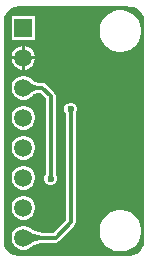
<source format=gbl>
G04*
G04 #@! TF.GenerationSoftware,Altium Limited,Altium Designer,22.9.1 (49)*
G04*
G04 Layer_Physical_Order=2*
G04 Layer_Color=16711680*
%FSLAX44Y44*%
%MOMM*%
G71*
G04*
G04 #@! TF.SameCoordinates,28A18DAE-CB9E-4B37-A36C-106CF66A5601*
G04*
G04*
G04 #@! TF.FilePolarity,Positive*
G04*
G01*
G75*
%ADD21C,0.3000*%
%ADD23C,1.5000*%
%ADD24R,1.5000X1.5000*%
%ADD25C,0.6000*%
G36*
X22647Y218881D02*
X115257D01*
X116520Y218864D01*
X117747Y218759D01*
X119747Y218495D01*
X122770Y217243D01*
X125366Y215251D01*
X127358Y212655D01*
X128611Y209631D01*
X128970Y206900D01*
X128881Y206451D01*
Y20120D01*
X128982Y19609D01*
X128643Y17030D01*
X127391Y14006D01*
X125399Y11410D01*
X122802Y9418D01*
X119779Y8166D01*
X117204Y7827D01*
X116690Y7929D01*
X22432D01*
X22151Y7873D01*
X19253Y8255D01*
X16230Y9507D01*
X13634Y11499D01*
X11642Y14095D01*
X10389Y17119D01*
X10034Y19816D01*
X10119Y20242D01*
Y205257D01*
X10136Y206520D01*
X10242Y207747D01*
X10505Y209747D01*
X11757Y212770D01*
X13749Y215366D01*
X16345Y217358D01*
X19369Y218611D01*
X22159Y218978D01*
X22647Y218881D01*
D02*
G37*
%LPC*%
G36*
X36940Y210930D02*
X16860D01*
Y190850D01*
X36940D01*
Y210930D01*
D02*
G37*
G36*
X110728Y215540D02*
X107273D01*
X103884Y214866D01*
X100692Y213544D01*
X97819Y211624D01*
X95376Y209181D01*
X93456Y206308D01*
X92134Y203116D01*
X91460Y199727D01*
Y196273D01*
X92134Y192884D01*
X93456Y189692D01*
X95376Y186819D01*
X97819Y184376D01*
X100692Y182456D01*
X103884Y181134D01*
X107273Y180460D01*
X110728D01*
X114116Y181134D01*
X117308Y182456D01*
X120181Y184376D01*
X122624Y186819D01*
X124544Y189692D01*
X125866Y192884D01*
X126540Y196273D01*
Y199727D01*
X125866Y203116D01*
X124544Y206308D01*
X122624Y209181D01*
X120181Y211624D01*
X117308Y213544D01*
X114116Y214866D01*
X110728Y215540D01*
D02*
G37*
G36*
X28222Y185530D02*
X28170D01*
Y176760D01*
X36940D01*
Y176812D01*
X36256Y179365D01*
X34934Y181655D01*
X33065Y183524D01*
X30775Y184846D01*
X28222Y185530D01*
D02*
G37*
G36*
X25630D02*
X25578D01*
X23025Y184846D01*
X20735Y183524D01*
X18866Y181655D01*
X17544Y179365D01*
X16860Y176812D01*
Y176760D01*
X25630D01*
Y185530D01*
D02*
G37*
G36*
X36940Y174220D02*
X28170D01*
Y165450D01*
X28222D01*
X30775Y166134D01*
X33065Y167456D01*
X34934Y169325D01*
X36256Y171615D01*
X36940Y174168D01*
Y174220D01*
D02*
G37*
G36*
X25630D02*
X16860D01*
Y174168D01*
X17544Y171615D01*
X18866Y169325D01*
X20735Y167456D01*
X23025Y166134D01*
X25578Y165450D01*
X25630D01*
Y174220D01*
D02*
G37*
G36*
X28222Y134730D02*
X25578D01*
X23025Y134046D01*
X20735Y132724D01*
X18866Y130855D01*
X17544Y128565D01*
X16860Y126012D01*
Y123368D01*
X17544Y120815D01*
X18866Y118525D01*
X20735Y116656D01*
X23025Y115334D01*
X25578Y114650D01*
X28222D01*
X30775Y115334D01*
X33065Y116656D01*
X34934Y118525D01*
X36256Y120815D01*
X36940Y123368D01*
Y126012D01*
X36256Y128565D01*
X34934Y130855D01*
X33065Y132724D01*
X30775Y134046D01*
X28222Y134730D01*
D02*
G37*
G36*
Y109330D02*
X25578D01*
X23025Y108646D01*
X20735Y107324D01*
X18866Y105455D01*
X17544Y103165D01*
X16860Y100612D01*
Y97968D01*
X17544Y95415D01*
X18866Y93125D01*
X20735Y91256D01*
X23025Y89934D01*
X25578Y89250D01*
X28222D01*
X30775Y89934D01*
X33065Y91256D01*
X34934Y93125D01*
X36256Y95415D01*
X36940Y97968D01*
Y100612D01*
X36256Y103165D01*
X34934Y105455D01*
X33065Y107324D01*
X30775Y108646D01*
X28222Y109330D01*
D02*
G37*
G36*
Y160130D02*
X25578D01*
X23025Y159446D01*
X20735Y158124D01*
X18866Y156255D01*
X17544Y153965D01*
X16860Y151412D01*
Y148768D01*
X17544Y146215D01*
X18866Y143925D01*
X20735Y142056D01*
X23025Y140734D01*
X25578Y140050D01*
X28222D01*
X30775Y140734D01*
X33065Y142056D01*
X34934Y143925D01*
X35109Y144229D01*
X35352Y144517D01*
X35587Y144714D01*
X35962Y144941D01*
X36495Y145179D01*
X37188Y145407D01*
X38039Y145609D01*
X39010Y145770D01*
X41224Y145951D01*
X45881Y141294D01*
Y79847D01*
X45815Y77920D01*
X45706Y76791D01*
X45657Y76492D01*
X45303Y76138D01*
X44460Y74102D01*
Y71898D01*
X45303Y69862D01*
X46862Y68303D01*
X48898Y67460D01*
X51102D01*
X53138Y68303D01*
X54697Y69862D01*
X55540Y71898D01*
Y74102D01*
X54697Y76138D01*
X54367Y76467D01*
X54119Y80215D01*
Y143000D01*
X53806Y144576D01*
X52913Y145913D01*
X45823Y153003D01*
X44486Y153896D01*
X42910Y154209D01*
X42176D01*
X40164Y154285D01*
X39042Y154405D01*
X38039Y154571D01*
X37188Y154773D01*
X36495Y155001D01*
X35962Y155239D01*
X35587Y155466D01*
X35352Y155663D01*
X35109Y155951D01*
X34934Y156255D01*
X33065Y158124D01*
X30775Y159446D01*
X28222Y160130D01*
D02*
G37*
G36*
Y83930D02*
X25578D01*
X23025Y83246D01*
X20735Y81924D01*
X18866Y80055D01*
X17544Y77765D01*
X16860Y75212D01*
Y72568D01*
X17544Y70015D01*
X18866Y67725D01*
X20735Y65856D01*
X23025Y64534D01*
X25578Y63850D01*
X28222D01*
X30775Y64534D01*
X33065Y65856D01*
X34934Y67725D01*
X36256Y70015D01*
X36940Y72568D01*
Y75212D01*
X36256Y77765D01*
X34934Y80055D01*
X33065Y81924D01*
X30775Y83246D01*
X28222Y83930D01*
D02*
G37*
G36*
Y58530D02*
X25578D01*
X23025Y57846D01*
X20735Y56524D01*
X18866Y54655D01*
X17544Y52365D01*
X16860Y49812D01*
Y47168D01*
X17544Y44615D01*
X18866Y42325D01*
X20735Y40456D01*
X23025Y39134D01*
X25578Y38450D01*
X28222D01*
X30775Y39134D01*
X33065Y40456D01*
X34934Y42325D01*
X36256Y44615D01*
X36940Y47168D01*
Y49812D01*
X36256Y52365D01*
X34934Y54655D01*
X33065Y56524D01*
X30775Y57846D01*
X28222Y58530D01*
D02*
G37*
G36*
X68102Y137540D02*
X65898D01*
X63862Y136697D01*
X62303Y135138D01*
X61460Y133102D01*
Y130898D01*
X62303Y128862D01*
X62633Y128532D01*
X62881Y124785D01*
Y37706D01*
X52384Y27209D01*
X47298D01*
X46801Y27217D01*
X42414Y27511D01*
X40581Y27756D01*
X38937Y28070D01*
X37510Y28441D01*
X36307Y28859D01*
X35332Y29311D01*
X34582Y29775D01*
X33871Y30375D01*
X33742Y30446D01*
X33065Y31124D01*
X30775Y32446D01*
X28222Y33130D01*
X25578D01*
X23025Y32446D01*
X20735Y31124D01*
X18866Y29255D01*
X17544Y26965D01*
X16860Y24412D01*
Y21768D01*
X17544Y19215D01*
X18866Y16925D01*
X20735Y15056D01*
X23025Y13734D01*
X25578Y13050D01*
X28222D01*
X30775Y13734D01*
X33065Y15056D01*
X33742Y15734D01*
X33871Y15805D01*
X34582Y16405D01*
X35332Y16869D01*
X36307Y17321D01*
X37510Y17739D01*
X38937Y18110D01*
X40523Y18412D01*
X46827Y18964D01*
X47298Y18971D01*
X54090D01*
X55666Y19284D01*
X57003Y20177D01*
X69913Y33087D01*
X70806Y34424D01*
X71119Y36000D01*
Y125153D01*
X71185Y127080D01*
X71294Y128209D01*
X71343Y128508D01*
X71697Y128862D01*
X72540Y130898D01*
Y133102D01*
X71697Y135138D01*
X70138Y136697D01*
X68102Y137540D01*
D02*
G37*
G36*
X110728Y46540D02*
X107273D01*
X103884Y45866D01*
X100692Y44544D01*
X97819Y42624D01*
X95376Y40181D01*
X93456Y37308D01*
X92134Y34116D01*
X91460Y30728D01*
Y27273D01*
X92134Y23884D01*
X93456Y20692D01*
X95376Y17819D01*
X97819Y15376D01*
X100692Y13456D01*
X103884Y12134D01*
X107273Y11460D01*
X110728D01*
X114116Y12134D01*
X117308Y13456D01*
X120181Y15376D01*
X122624Y17819D01*
X124544Y20692D01*
X125866Y23884D01*
X126540Y27273D01*
Y30728D01*
X125866Y34116D01*
X124544Y37308D01*
X122624Y40181D01*
X120181Y42624D01*
X117308Y44544D01*
X114116Y45866D01*
X110728Y46540D01*
D02*
G37*
%LPD*%
G36*
X33516Y153821D02*
X34077Y153353D01*
X34758Y152940D01*
X35561Y152582D01*
X36484Y152279D01*
X37527Y152031D01*
X38692Y151838D01*
X39977Y151700D01*
X42910Y151590D01*
Y148590D01*
X41383Y148562D01*
X38692Y148342D01*
X37527Y148149D01*
X36484Y147901D01*
X35561Y147598D01*
X34758Y147240D01*
X34077Y146827D01*
X33516Y146358D01*
X33076Y145835D01*
Y154345D01*
X33516Y153821D01*
D02*
G37*
G36*
X51506Y80479D02*
X51805Y75965D01*
X51898Y75579D01*
X52004Y75297D01*
X52123Y75120D01*
X47877D01*
X47996Y75297D01*
X48102Y75579D01*
X48195Y75965D01*
X48276Y76456D01*
X48400Y77751D01*
X48494Y80479D01*
X48500Y81598D01*
X51500D01*
X51506Y80479D01*
D02*
G37*
G36*
X69004Y129703D02*
X68899Y129421D01*
X68805Y129035D01*
X68724Y128544D01*
X68600Y127249D01*
X68506Y124521D01*
X68500Y123402D01*
X65500D01*
X65494Y124521D01*
X65195Y129035D01*
X65101Y129421D01*
X64996Y129703D01*
X64877Y129880D01*
X69123D01*
X69004Y129703D01*
D02*
G37*
G36*
X33057Y27673D02*
X34102Y27026D01*
X35335Y26455D01*
X36757Y25960D01*
X38368Y25542D01*
X40167Y25199D01*
X42155Y24933D01*
X46695Y24628D01*
X49248Y24590D01*
Y21590D01*
X46695Y21552D01*
X40167Y20981D01*
X38368Y20638D01*
X36757Y20220D01*
X35335Y19725D01*
X34102Y19154D01*
X33057Y18507D01*
X32200Y17783D01*
Y28397D01*
X33057Y27673D01*
D02*
G37*
D21*
X26900Y150090D02*
X42910D01*
X50000Y73000D02*
Y143000D01*
X42910Y150090D02*
X50000Y143000D01*
X26900Y23090D02*
X54090D01*
X67000Y36000D02*
Y132000D01*
X54090Y23090D02*
X67000Y36000D01*
D23*
X26900Y150090D02*
D03*
Y124690D02*
D03*
Y99290D02*
D03*
Y73890D02*
D03*
Y48490D02*
D03*
Y23090D02*
D03*
Y175490D02*
D03*
D24*
Y200890D02*
D03*
D25*
X67000Y132000D02*
D03*
X50000Y73000D02*
D03*
M02*

</source>
